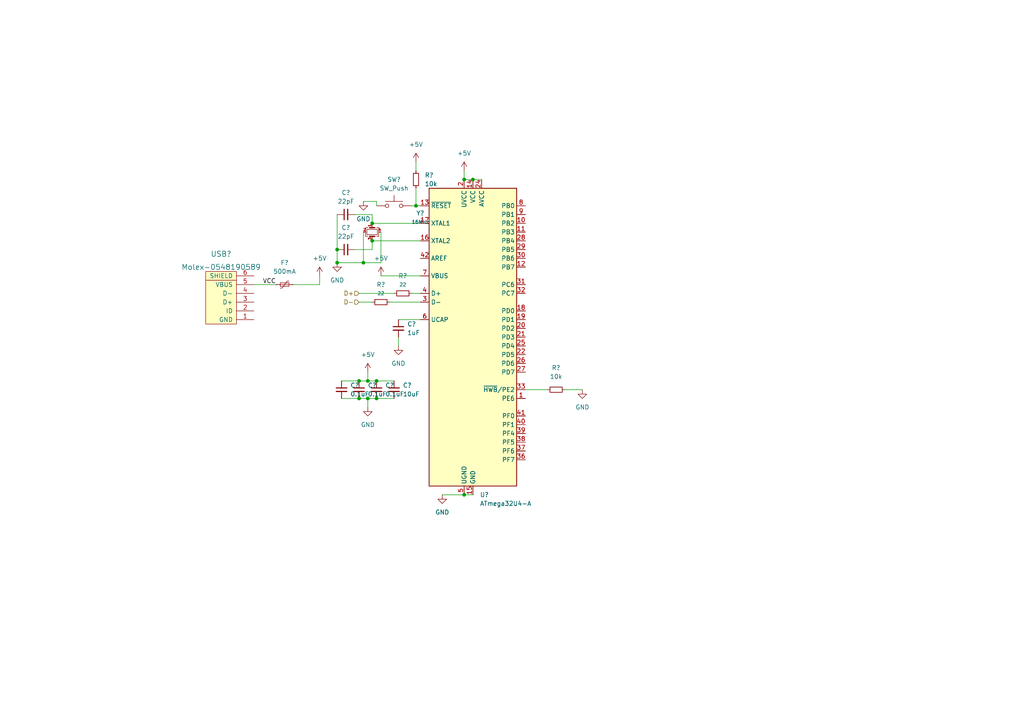
<source format=kicad_sch>
(kicad_sch (version 20211123) (generator eeschema)
  (paper "A4")
  (lib_symbols
    (symbol "Device:C_Small" (pin_numbers hide) (pin_names (offset 0.254) hide)
      (property "Reference" "C" (at 0.254 1.778 0))
      (property "Value" "C_Small" (at 0.254 -2.032 0))
      (symbol "C_Small_0_1"
        (polyline (pts (xy -1.524 -0.508) (xy 1.524 -0.508)) (stroke (width 0.3302)))
        (polyline (pts (xy -1.524 0.508) (xy 1.524 0.508)) (stroke (width 0.3048)))
      )
      (symbol "C_Small_1_1"
        (pin passive line (at 0 2.54 270) (length 2.032) (name "~") (number "1"))
        (pin passive line (at 0 -2.54 90) (length 2.032) (name "~") (number "2"))
      )
    )
    (symbol "Device:Crystal_GND24_Small" (pin_names (offset 1.016) hide)
      (property "Reference" "Y" (at 1.27 4.445 0))
      (property "Value" "Crystal_GND24_Small" (at 1.27 2.54 0))
      (symbol "Crystal_GND24_Small_0_1"
        (rectangle (start -0.762 -1.524) (end 0.762 1.524))
        (polyline (pts (xy -1.27 -0.762) (xy -1.27 0.762)) (stroke (width 0.381)))
        (polyline (pts (xy 1.27 -0.762) (xy 1.27 0.762)) (stroke (width 0.381)))
        (polyline (pts (xy -1.27 -1.27) (xy -1.27 -1.905) (xy 1.27 -1.905) (xy 1.27 -1.27)))
        (polyline (pts (xy -1.27 1.27) (xy -1.27 1.905) (xy 1.27 1.905) (xy 1.27 1.27)))
      )
      (symbol "Crystal_GND24_Small_1_1"
        (pin passive line (at -2.54 0 0) (length 1.27) (name "1") (number "1"))
        (pin passive line (at 0 -2.54 90) (length 0.635) (name "2") (number "2"))
        (pin passive line (at 2.54 0 180) (length 1.27) (name "3") (number "3"))
        (pin passive line (at 0 2.54 270) (length 0.635) (name "4") (number "4"))
      )
    )
    (symbol "Device:Polyfuse_Small" (pin_numbers hide) (pin_names (offset 0))
      (property "Reference" "F" (at -1.905 0 90))
      (property "Value" "Polyfuse_Small" (at 1.905 0 90))
      (symbol "Polyfuse_Small_0_1"
        (rectangle (start -0.508 1.27) (end 0.508 -1.27))
        (polyline (pts (xy 0 2.54) (xy 0 -2.54)))
        (polyline (pts (xy -1.016 1.27) (xy -1.016 0.762) (xy 1.016 -0.762) (xy 1.016 -1.27)))
      )
      (symbol "Polyfuse_Small_1_1"
        (pin passive line (at 0 2.54 270) (length 0.635) (name "~") (number "1"))
        (pin passive line (at 0 -2.54 90) (length 0.635) (name "~") (number "2"))
      )
    )
    (symbol "Device:R_Small" (pin_numbers hide) (pin_names (offset 0.254) hide)
      (property "Reference" "R" (at 0.762 0.508 0))
      (property "Value" "R_Small" (at 0.762 -1.016 0))
      (symbol "R_Small_0_1"
        (rectangle (start -0.762 1.778) (end 0.762 -1.778) (stroke (width 0.2032)))
      )
      (symbol "R_Small_1_1"
        (pin passive line (at 0 2.54 270) (length 0.762) (name "~") (number "1"))
        (pin passive line (at 0 -2.54 90) (length 0.762) (name "~") (number "2"))
      )
    )
    (symbol "MCU_Microchip_ATmega:ATmega32U4-A"
      (property "Reference" "U" (at -12.7 44.45 0))
      (property "Value" "ATmega32U4-A" (at 2.54 -44.45 0))
      (symbol "ATmega32U4-A_0_1"
        (rectangle (start -12.7 -43.18) (end 12.7 43.18) (stroke (width 0.254)) (fill (type background)))
      )
      (symbol "ATmega32U4-A_1_1"
        (pin bidirectional line (at 15.24 -17.78 180) (length 2.54) (name "PE6") (number "1"))
        (pin bidirectional line (at 15.24 33.02 180) (length 2.54) (name "PB2") (number "10"))
        (pin bidirectional line (at 15.24 30.48 180) (length 2.54) (name "PB3") (number "11"))
        (pin bidirectional line (at 15.24 20.32 180) (length 2.54) (name "PB7") (number "12"))
        (pin input line (at -15.24 38.1 0) (length 2.54) (name "~{RESET}") (number "13"))
        (pin power_in line (at 0 45.72 270) (length 2.54) (name "VCC") (number "14"))
        (pin power_in line (at 0 -45.72 90) (length 2.54) (name "GND") (number "15"))
        (pin output line (at -15.24 27.94 0) (length 2.54) (name "XTAL2") (number "16"))
        (pin input line (at -15.24 33.02 0) (length 2.54) (name "XTAL1") (number "17"))
        (pin bidirectional line (at 15.24 7.62 180) (length 2.54) (name "PD0") (number "18"))
        (pin bidirectional line (at 15.24 5.08 180) (length 2.54) (name "PD1") (number "19"))
        (pin power_in line (at -2.54 45.72 270) (length 2.54) (name "UVCC") (number "2"))
        (pin bidirectional line (at 15.24 2.54 180) (length 2.54) (name "PD2") (number "20"))
        (pin bidirectional line (at 15.24 0 180) (length 2.54) (name "PD3") (number "21"))
        (pin bidirectional line (at 15.24 -5.08 180) (length 2.54) (name "PD5") (number "22"))
        (pin passive line (at 0 -45.72 90) (length 2.54) hide (name "GND") (number "23"))
        (pin power_in line (at 2.54 45.72 270) (length 2.54) (name "AVCC") (number "24"))
        (pin bidirectional line (at 15.24 -2.54 180) (length 2.54) (name "PD4") (number "25"))
        (pin bidirectional line (at 15.24 -7.62 180) (length 2.54) (name "PD6") (number "26"))
        (pin bidirectional line (at 15.24 -10.16 180) (length 2.54) (name "PD7") (number "27"))
        (pin bidirectional line (at 15.24 27.94 180) (length 2.54) (name "PB4") (number "28"))
        (pin bidirectional line (at 15.24 25.4 180) (length 2.54) (name "PB5") (number "29"))
        (pin bidirectional line (at -15.24 10.16 0) (length 2.54) (name "D-") (number "3"))
        (pin bidirectional line (at 15.24 22.86 180) (length 2.54) (name "PB6") (number "30"))
        (pin bidirectional line (at 15.24 15.24 180) (length 2.54) (name "PC6") (number "31"))
        (pin bidirectional line (at 15.24 12.7 180) (length 2.54) (name "PC7") (number "32"))
        (pin bidirectional line (at 15.24 -15.24 180) (length 2.54) (name "~{HWB}/PE2") (number "33"))
        (pin passive line (at 0 45.72 270) (length 2.54) hide (name "VCC") (number "34"))
        (pin passive line (at 0 -45.72 90) (length 2.54) hide (name "GND") (number "35"))
        (pin bidirectional line (at 15.24 -35.56 180) (length 2.54) (name "PF7") (number "36"))
        (pin bidirectional line (at 15.24 -33.02 180) (length 2.54) (name "PF6") (number "37"))
        (pin bidirectional line (at 15.24 -30.48 180) (length 2.54) (name "PF5") (number "38"))
        (pin bidirectional line (at 15.24 -27.94 180) (length 2.54) (name "PF4") (number "39"))
        (pin bidirectional line (at -15.24 12.7 0) (length 2.54) (name "D+") (number "4"))
        (pin bidirectional line (at 15.24 -25.4 180) (length 2.54) (name "PF1") (number "40"))
        (pin bidirectional line (at 15.24 -22.86 180) (length 2.54) (name "PF0") (number "41"))
        (pin passive line (at -15.24 22.86 0) (length 2.54) (name "AREF") (number "42"))
        (pin passive line (at 0 -45.72 90) (length 2.54) hide (name "GND") (number "43"))
        (pin passive line (at 2.54 45.72 270) (length 2.54) hide (name "AVCC") (number "44"))
        (pin passive line (at -2.54 -45.72 90) (length 2.54) (name "UGND") (number "5"))
        (pin passive line (at -15.24 5.08 0) (length 2.54) (name "UCAP") (number "6"))
        (pin input line (at -15.24 17.78 0) (length 2.54) (name "VBUS") (number "7"))
        (pin bidirectional line (at 15.24 38.1 180) (length 2.54) (name "PB0") (number "8"))
        (pin bidirectional line (at 15.24 35.56 180) (length 2.54) (name "PB1") (number "9"))
      )
    )
    (symbol "Switch:SW_Push" (pin_numbers hide) (pin_names (offset 1.016) hide)
      (property "Reference" "SW" (at 1.27 2.54 0))
      (property "Value" "SW_Push" (at 0 -1.524 0))
      (symbol "SW_Push_0_1"
        (circle (center -2.032 0) (radius 0.508))
        (polyline (pts (xy 0 1.27) (xy 0 3.048)))
        (polyline (pts (xy 2.54 1.27) (xy -2.54 1.27)))
        (circle (center 2.032 0) (radius 0.508))
        (pin passive line (at -5.08 0 0) (length 2.54) (name "1") (number "1"))
        (pin passive line (at 5.08 0 180) (length 2.54) (name "2") (number "2"))
      )
    )
    (symbol "power:+5V" (power) (pin_names (offset 0))
      (property "Value" "+5V" (at 0 3.556 0))
      (symbol "+5V_0_1"
        (polyline (pts (xy -0.762 1.27) (xy 0 2.54)))
        (polyline (pts (xy 0 0) (xy 0 2.54)))
        (polyline (pts (xy 0 2.54) (xy 0.762 1.27)))
      )
      (symbol "+5V_1_1"
        (pin power_in line (at 0 0 90) (length 0) hide (name "+5V") (number "1"))
      )
    )
    (symbol "power:GND" (power) (pin_names (offset 0))
      (property "Value" "GND" (at 0 -3.81 0))
      (symbol "GND_0_1"
        (polyline (pts (xy 0 0) (xy 0 -1.27) (xy 1.27 -1.27) (xy 0 -2.54) (xy -1.27 -1.27) (xy 0 -1.27)))
      )
      (symbol "GND_1_1"
        (pin power_in line (at 0 0 270) (length 0) hide (name "GND") (number "1"))
      )
    )
    (symbol "random-keyboard-parts:Molex-0548190589" (pin_names (offset 1.016))
      (property "Reference" "USB" (at 0 7.62 0))
      (property "Value" "Molex-0548190589" (at 0 10.16 0))
      (symbol "Molex-0548190589_0_0"
        (polyline (pts (xy 6.35 -2.54) (xy 6.35 6.35)))
        (rectangle (start 8.89 -2.54) (end -6.35 6.35) (fill (type background)))
      )
      (symbol "Molex-0548190589_1_1"
        (pin input line (at -5.08 -7.62 90) (length 5.08) (name "GND") (number "1"))
        (pin input line (at -2.54 -7.62 90) (length 5.08) (name "ID") (number "2"))
        (pin input line (at 0 -7.62 90) (length 5.08) (name "D+") (number "3"))
        (pin input line (at 2.54 -7.62 90) (length 5.08) (name "D-") (number "4"))
        (pin input line (at 5.08 -7.62 90) (length 5.08) (name "VBUS") (number "5"))
        (pin input line (at 7.62 -7.62 90) (length 5.08) (name "SHIELD") (number "6"))
      )
    )
  )
  (junction (at 134.62 52.07))
  (junction (at 106.68 115.57))
  (junction (at 97.79 72.39))
  (junction (at 104.14 115.57))
  (junction (at 105.41 76.2))
  (junction (at 109.22 115.57))
  (junction (at 109.22 110.49))
  (junction (at 106.68 110.49))
  (junction (at 107.95 69.85))
  (junction (at 104.14 110.49))
  (junction (at 107.95 64.77))
  (junction (at 134.62 143.51))
  (junction (at 97.79 76.2))
  (junction (at 120.65 59.69))
  (junction (at 137.16 52.07))
  (wire (pts (xy 119.38 59.69) (xy 120.65 59.69)))
  (wire (pts (xy 110.49 67.31) (xy 110.49 76.2)))
  (wire (pts (xy 110.49 76.2) (xy 105.41 76.2)))
  (wire (pts (xy 134.62 143.51) (xy 137.16 143.51)))
  (wire (pts (xy 104.14 110.49) (xy 106.68 110.49)))
  (wire (pts (xy 107.95 62.23) (xy 107.95 64.77)))
  (wire (pts (xy 115.57 97.79) (xy 115.57 100.33)))
  (wire (pts (xy 109.22 110.49) (xy 114.3 110.49)))
  (wire (pts (xy 106.68 115.57) (xy 109.22 115.57)))
  (wire (pts (xy 115.57 92.71) (xy 121.92 92.71)))
  (wire (pts (xy 106.68 110.49) (xy 109.22 110.49)))
  (wire (pts (xy 102.87 62.23) (xy 107.95 62.23)))
  (wire (pts (xy 107.95 72.39) (xy 107.95 69.85)))
  (wire (pts (xy 106.68 115.57) (xy 106.68 118.11)))
  (wire (pts (xy 107.95 64.77) (xy 121.92 64.77)))
  (wire (pts (xy 109.22 115.57) (xy 114.3 115.57)))
  (wire (pts (xy 134.62 52.07) (xy 137.16 52.07)))
  (wire (pts (xy 120.65 54.61) (xy 120.65 59.69)))
  (wire (pts (xy 107.95 69.85) (xy 121.92 69.85)))
  (wire (pts (xy 85.09 82.55) (xy 92.71 82.55)))
  (wire (pts (xy 102.87 72.39) (xy 107.95 72.39)))
  (wire (pts (xy 134.62 49.53) (xy 134.62 52.07)))
  (wire (pts (xy 152.4 113.03) (xy 158.75 113.03)))
  (wire (pts (xy 128.27 143.51) (xy 134.62 143.51)))
  (wire (pts (xy 110.49 80.01) (xy 121.92 80.01)))
  (wire (pts (xy 120.65 59.69) (xy 121.92 59.69)))
  (wire (pts (xy 163.83 113.03) (xy 168.91 113.03)))
  (wire (pts (xy 92.71 82.55) (xy 92.71 80.01)))
  (wire (pts (xy 120.65 46.99) (xy 120.65 49.53)))
  (wire (pts (xy 109.22 58.42) (xy 105.41 58.42)))
  (wire (pts (xy 104.14 85.09) (xy 114.3 85.09)))
  (wire (pts (xy 97.79 62.23) (xy 97.79 72.39)))
  (wire (pts (xy 99.06 110.49) (xy 104.14 110.49)))
  (wire (pts (xy 105.41 67.31) (xy 105.41 76.2)))
  (wire (pts (xy 109.22 58.42) (xy 109.22 59.69)))
  (wire (pts (xy 106.68 107.95) (xy 106.68 110.49)))
  (wire (pts (xy 73.66 82.55) (xy 80.01 82.55)))
  (wire (pts (xy 97.79 72.39) (xy 97.79 76.2)))
  (wire (pts (xy 113.03 87.63) (xy 121.92 87.63)))
  (wire (pts (xy 104.14 87.63) (xy 107.95 87.63)))
  (wire (pts (xy 137.16 52.07) (xy 139.7 52.07)))
  (wire (pts (xy 105.41 76.2) (xy 97.79 76.2)))
  (wire (pts (xy 119.38 85.09) (xy 121.92 85.09)))
  (wire (pts (xy 104.14 115.57) (xy 106.68 115.57)))
  (wire (pts (xy 99.06 115.57) (xy 104.14 115.57)))
  (label "VCC" (at 76.2 82.55 0))
  (hierarchical_label "D+" (shape input) (at 104.14 85.09 180))
  (hierarchical_label "D-" (shape input) (at 104.14 87.63 180))
  (symbol (lib_id "Device:Crystal_GND24_Small") (at 107.95 67.31 270) (unit 1)
    (property "Reference" "Y?" (at 121.92 61.8488 90))
    (property "Value" "16MHz" (at 121.92 64.3888 90) (effects (font (size 1 1))))
  )
  (symbol (lib_id "Device:C_Small") (at 100.33 72.39 90) (unit 1)
    (property "Reference" "C?" (at 100.3363 66.04 90))
    (property "Value" "22pF" (at 100.3363 68.58 90))
  )
  (symbol (lib_id "Device:R_Small") (at 161.29 113.03 90) (unit 1)
    (property "Reference" "R?" (at 161.29 106.68 90))
    (property "Value" "10k" (at 161.29 109.22 90))
  )
  (symbol (lib_id "power:GND") (at 97.79 76.2 0) (unit 1)
    (property "Reference" "#PWR?" (effects hide))
    (property "Value" "GND" (at 97.79 81.28 0))
  )
  (symbol (lib_id "MCU_Microchip_ATmega:ATmega32U4-A") (at 137.16 97.79 0) (unit 1)
    (property "Reference" "U?" (at 139.1794 143.51 0) (effects (justify left)))
    (property "Value" "ATmega32U4-A" (at 139.1794 146.05 0) (effects (justify left)))
    (property "Footprint" "Package_QFP:TQFP-44_10x10mm_P0.8mm" (effects hide))
    (property "Datasheet" "http://ww1.microchip.com/downloads/en/DeviceDoc/Atmel-7766-8-bit-AVR-ATmega16U4-32U4_Datasheet.pdf" (effects hide))
  )
  (symbol (lib_id "Device:R_Small") (at 110.49 87.63 90) (unit 1)
    (property "Reference" "R?" (at 110.49 82.55 90))
    (property "Value" "22" (at 110.49 85.09 90) (effects (font (size 1 1))))
  )
  (symbol (lib_id "Device:C_Small") (at 114.3 113.03 0) (unit 1)
    (property "Reference" "C?" (at 116.84 111.7662 0) (effects (justify left)))
    (property "Value" "10uF" (at 116.84 114.3062 0) (effects (justify left)))
  )
  (symbol (lib_id "Device:R_Small") (at 116.84 85.09 90) (unit 1)
    (property "Reference" "R?" (at 116.84 80.01 90))
    (property "Value" "22" (at 116.84 82.55 90) (effects (font (size 1 1))))
  )
  (symbol (lib_id "power:GND") (at 168.91 113.03 0) (unit 1)
    (property "Reference" "#PWR?" (effects hide))
    (property "Value" "GND" (at 168.91 118.11 0))
  )
  (symbol (lib_id "Device:C_Small") (at 115.57 95.25 0) (unit 1)
    (property "Reference" "C?" (at 118.11 93.9862 0) (effects (justify left)))
    (property "Value" "1uF" (at 118.11 96.5262 0) (effects (justify left)))
  )
  (symbol (lib_id "power:+5V") (at 106.68 107.95 0) (unit 1)
    (property "Reference" "#PWR?" (effects hide))
    (property "Value" "+5V" (at 106.68 102.87 0))
  )
  (symbol (lib_id "Device:R_Small") (at 120.65 52.07 0) (unit 1)
    (property "Reference" "R?" (at 123.19 50.7999 0) (effects (justify left)))
    (property "Value" "10k" (at 123.19 53.3399 0) (effects (justify left)))
  )
  (symbol (lib_id "power:+5V") (at 92.71 80.01 0) (unit 1)
    (property "Reference" "#PWR?" (effects hide))
    (property "Value" "+5V" (at 92.71 74.93 0))
  )
  (symbol (lib_id "Device:C_Small") (at 109.22 113.03 0) (unit 1)
    (property "Reference" "C?" (at 111.76 111.7662 0) (effects (justify left)))
    (property "Value" "0.1uF" (at 111.76 114.3062 0) (effects (justify left)))
  )
  (symbol (lib_id "Device:Polyfuse_Small") (at 82.55 82.55 90) (unit 1)
    (property "Reference" "F?" (at 82.55 76.2 90))
    (property "Value" "500mA" (at 82.55 78.74 90))
  )
  (symbol (lib_id "random-keyboard-parts:Molex-0548190589") (at 66.04 87.63 90) (unit 1)
    (property "Reference" "USB?" (at 64.135 73.66 90) (effects (font (size 1.524 1.524))))
    (property "Value" "Molex-0548190589" (at 64.135 77.47 90) (effects (font (size 1.524 1.524))))
  )
  (symbol (lib_id "power:GND") (at 115.57 100.33 0) (unit 1)
    (property "Reference" "#PWR?" (effects hide))
    (property "Value" "GND" (at 115.57 105.41 0))
  )
  (symbol (lib_id "power:+5V") (at 110.49 80.01 0) (unit 1)
    (property "Reference" "#PWR?" (effects hide))
    (property "Value" "+5V" (at 110.49 74.93 0))
  )
  (symbol (lib_id "power:GND") (at 105.41 58.42 0) (unit 1)
    (property "Reference" "#PWR?" (effects hide))
    (property "Value" "GND" (at 105.41 63.5 0))
  )
  (symbol (lib_id "Device:C_Small") (at 99.06 113.03 0) (unit 1)
    (property "Reference" "C?" (at 101.6 111.7662 0) (effects (justify left)))
    (property "Value" "0.1uF" (at 101.6 114.3062 0) (effects (justify left)))
  )
  (symbol (lib_id "Switch:SW_Push") (at 114.3 59.69 0) (unit 1)
    (property "Reference" "SW?" (at 114.3 52.07 0))
    (property "Value" "SW_Push" (at 114.3 54.61 0))
  )
  (symbol (lib_id "Device:C_Small") (at 104.14 113.03 0) (unit 1)
    (property "Reference" "C?" (at 106.68 111.7662 0) (effects (justify left)))
    (property "Value" "0.1uF" (at 106.68 114.3062 0) (effects (justify left)))
  )
  (symbol (lib_id "power:GND") (at 128.27 143.51 0) (unit 1)
    (property "Reference" "#PWR?" (effects hide))
    (property "Value" "GND" (at 128.27 148.59 0))
  )
  (symbol (lib_id "power:GND") (at 106.68 118.11 0) (unit 1)
    (property "Reference" "#PWR?" (effects hide))
    (property "Value" "GND" (at 106.68 123.19 0))
  )
  (symbol (lib_id "power:+5V") (at 120.65 46.99 0) (unit 1)
    (property "Reference" "#PWR?" (effects hide))
    (property "Value" "+5V" (at 120.65 41.91 0))
  )
  (symbol (lib_id "Device:C_Small") (at 100.33 62.23 90) (unit 1)
    (property "Reference" "C?" (at 100.3363 55.88 90))
    (property "Value" "22pF" (at 100.3363 58.42 90))
  )
  (symbol (lib_id "power:+5V") (at 134.62 49.53 0) (unit 1)
    (property "Reference" "#PWR?" (effects hide))
    (property "Value" "+5V" (at 134.62 44.45 0))
  )
)
</source>
